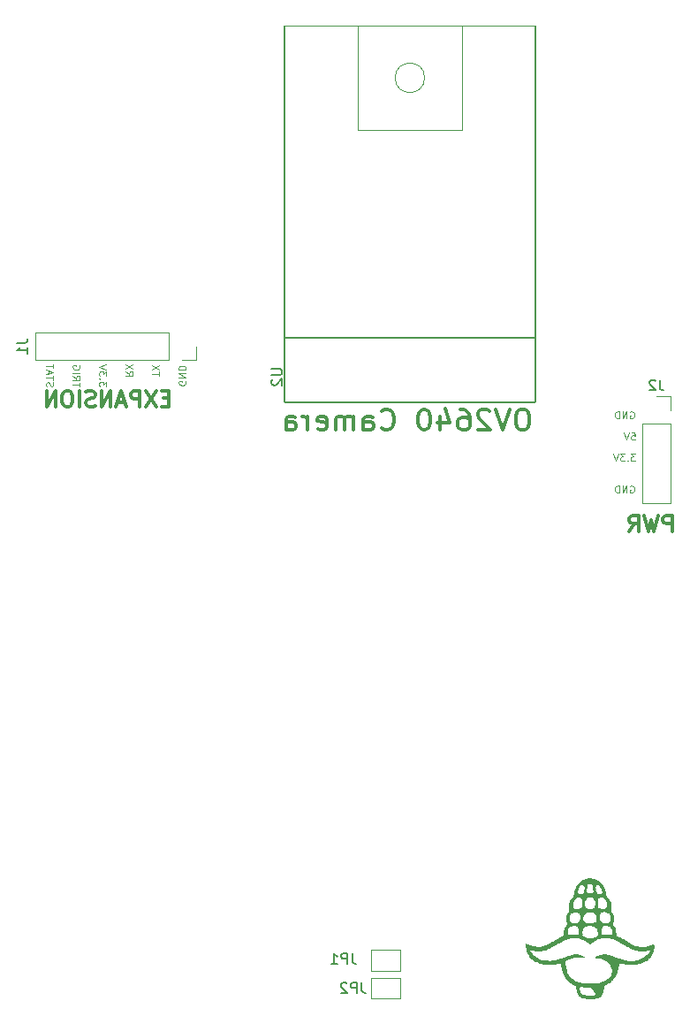
<source format=gbr>
%TF.GenerationSoftware,KiCad,Pcbnew,6.0.9-8da3e8f707~116~ubuntu20.04.1*%
%TF.CreationDate,2022-11-13T22:03:25-07:00*%
%TF.ProjectId,seedsigner-esp32-dev-board,73656564-7369-4676-9e65-722d65737033,rev?*%
%TF.SameCoordinates,Original*%
%TF.FileFunction,Legend,Bot*%
%TF.FilePolarity,Positive*%
%FSLAX46Y46*%
G04 Gerber Fmt 4.6, Leading zero omitted, Abs format (unit mm)*
G04 Created by KiCad (PCBNEW 6.0.9-8da3e8f707~116~ubuntu20.04.1) date 2022-11-13 22:03:25*
%MOMM*%
%LPD*%
G01*
G04 APERTURE LIST*
%ADD10C,0.125000*%
%ADD11C,0.300000*%
%ADD12C,0.150000*%
%ADD13C,0.120000*%
%ADD14C,0.200000*%
G04 APERTURE END LIST*
D10*
X16447333Y73289333D02*
X16780666Y73056000D01*
X16447333Y72889333D02*
X17147333Y72889333D01*
X17147333Y73156000D01*
X17114000Y73222666D01*
X17080666Y73256000D01*
X17014000Y73289333D01*
X16914000Y73289333D01*
X16847333Y73256000D01*
X16814000Y73222666D01*
X16780666Y73156000D01*
X16780666Y72889333D01*
X17147333Y73522666D02*
X16447333Y73989333D01*
X17147333Y73989333D02*
X16447333Y73522666D01*
X65295333Y65407333D02*
X64862000Y65407333D01*
X65095333Y65140666D01*
X64995333Y65140666D01*
X64928666Y65107333D01*
X64895333Y65074000D01*
X64862000Y65007333D01*
X64862000Y64840666D01*
X64895333Y64774000D01*
X64928666Y64740666D01*
X64995333Y64707333D01*
X65195333Y64707333D01*
X65262000Y64740666D01*
X65295333Y64774000D01*
X64562000Y64774000D02*
X64528666Y64740666D01*
X64562000Y64707333D01*
X64595333Y64740666D01*
X64562000Y64774000D01*
X64562000Y64707333D01*
X64295333Y65407333D02*
X63862000Y65407333D01*
X64095333Y65140666D01*
X63995333Y65140666D01*
X63928666Y65107333D01*
X63895333Y65074000D01*
X63862000Y65007333D01*
X63862000Y64840666D01*
X63895333Y64774000D01*
X63928666Y64740666D01*
X63995333Y64707333D01*
X64195333Y64707333D01*
X64262000Y64740666D01*
X64295333Y64774000D01*
X63662000Y65407333D02*
X63428666Y64707333D01*
X63195333Y65407333D01*
D11*
X68802000Y57995428D02*
X68802000Y59495428D01*
X68230571Y59495428D01*
X68087714Y59424000D01*
X68016285Y59352571D01*
X67944857Y59209714D01*
X67944857Y58995428D01*
X68016285Y58852571D01*
X68087714Y58781142D01*
X68230571Y58709714D01*
X68802000Y58709714D01*
X67444857Y59495428D02*
X67087714Y57995428D01*
X66802000Y59066857D01*
X66516285Y57995428D01*
X66159142Y59495428D01*
X64730571Y57995428D02*
X65230571Y58709714D01*
X65587714Y57995428D02*
X65587714Y59495428D01*
X65016285Y59495428D01*
X64873428Y59424000D01*
X64802000Y59352571D01*
X64730571Y59209714D01*
X64730571Y58995428D01*
X64802000Y58852571D01*
X64873428Y58781142D01*
X65016285Y58709714D01*
X65587714Y58709714D01*
D10*
X64795333Y69438000D02*
X64862000Y69471333D01*
X64962000Y69471333D01*
X65062000Y69438000D01*
X65128666Y69371333D01*
X65162000Y69304666D01*
X65195333Y69171333D01*
X65195333Y69071333D01*
X65162000Y68938000D01*
X65128666Y68871333D01*
X65062000Y68804666D01*
X64962000Y68771333D01*
X64895333Y68771333D01*
X64795333Y68804666D01*
X64762000Y68838000D01*
X64762000Y69071333D01*
X64895333Y69071333D01*
X64462000Y68771333D02*
X64462000Y69471333D01*
X64062000Y68771333D01*
X64062000Y69471333D01*
X63728666Y68771333D02*
X63728666Y69471333D01*
X63562000Y69471333D01*
X63462000Y69438000D01*
X63395333Y69371333D01*
X63362000Y69304666D01*
X63328666Y69171333D01*
X63328666Y69071333D01*
X63362000Y68938000D01*
X63395333Y68871333D01*
X63462000Y68804666D01*
X63562000Y68771333D01*
X63728666Y68771333D01*
D11*
X54672095Y69675238D02*
X54291142Y69675238D01*
X54100666Y69580000D01*
X53910190Y69389523D01*
X53814952Y69008571D01*
X53814952Y68341904D01*
X53910190Y67960952D01*
X54100666Y67770476D01*
X54291142Y67675238D01*
X54672095Y67675238D01*
X54862571Y67770476D01*
X55053047Y67960952D01*
X55148285Y68341904D01*
X55148285Y69008571D01*
X55053047Y69389523D01*
X54862571Y69580000D01*
X54672095Y69675238D01*
X53243523Y69675238D02*
X52576857Y67675238D01*
X51910190Y69675238D01*
X51338761Y69484761D02*
X51243523Y69580000D01*
X51053047Y69675238D01*
X50576857Y69675238D01*
X50386380Y69580000D01*
X50291142Y69484761D01*
X50195904Y69294285D01*
X50195904Y69103809D01*
X50291142Y68818095D01*
X51434000Y67675238D01*
X50195904Y67675238D01*
X48481619Y69675238D02*
X48862571Y69675238D01*
X49053047Y69580000D01*
X49148285Y69484761D01*
X49338761Y69199047D01*
X49434000Y68818095D01*
X49434000Y68056190D01*
X49338761Y67865714D01*
X49243523Y67770476D01*
X49053047Y67675238D01*
X48672095Y67675238D01*
X48481619Y67770476D01*
X48386380Y67865714D01*
X48291142Y68056190D01*
X48291142Y68532380D01*
X48386380Y68722857D01*
X48481619Y68818095D01*
X48672095Y68913333D01*
X49053047Y68913333D01*
X49243523Y68818095D01*
X49338761Y68722857D01*
X49434000Y68532380D01*
X46576857Y69008571D02*
X46576857Y67675238D01*
X47053047Y69770476D02*
X47529238Y68341904D01*
X46291142Y68341904D01*
X45148285Y69675238D02*
X44957809Y69675238D01*
X44767333Y69580000D01*
X44672095Y69484761D01*
X44576857Y69294285D01*
X44481619Y68913333D01*
X44481619Y68437142D01*
X44576857Y68056190D01*
X44672095Y67865714D01*
X44767333Y67770476D01*
X44957809Y67675238D01*
X45148285Y67675238D01*
X45338761Y67770476D01*
X45434000Y67865714D01*
X45529238Y68056190D01*
X45624476Y68437142D01*
X45624476Y68913333D01*
X45529238Y69294285D01*
X45434000Y69484761D01*
X45338761Y69580000D01*
X45148285Y69675238D01*
X40957809Y67865714D02*
X41053047Y67770476D01*
X41338761Y67675238D01*
X41529238Y67675238D01*
X41814952Y67770476D01*
X42005428Y67960952D01*
X42100666Y68151428D01*
X42195904Y68532380D01*
X42195904Y68818095D01*
X42100666Y69199047D01*
X42005428Y69389523D01*
X41814952Y69580000D01*
X41529238Y69675238D01*
X41338761Y69675238D01*
X41053047Y69580000D01*
X40957809Y69484761D01*
X39243523Y67675238D02*
X39243523Y68722857D01*
X39338761Y68913333D01*
X39529238Y69008571D01*
X39910190Y69008571D01*
X40100666Y68913333D01*
X39243523Y67770476D02*
X39434000Y67675238D01*
X39910190Y67675238D01*
X40100666Y67770476D01*
X40195904Y67960952D01*
X40195904Y68151428D01*
X40100666Y68341904D01*
X39910190Y68437142D01*
X39434000Y68437142D01*
X39243523Y68532380D01*
X38291142Y67675238D02*
X38291142Y69008571D01*
X38291142Y68818095D02*
X38195904Y68913333D01*
X38005428Y69008571D01*
X37719714Y69008571D01*
X37529238Y68913333D01*
X37434000Y68722857D01*
X37434000Y67675238D01*
X37434000Y68722857D02*
X37338761Y68913333D01*
X37148285Y69008571D01*
X36862571Y69008571D01*
X36672095Y68913333D01*
X36576857Y68722857D01*
X36576857Y67675238D01*
X34862571Y67770476D02*
X35053047Y67675238D01*
X35434000Y67675238D01*
X35624476Y67770476D01*
X35719714Y67960952D01*
X35719714Y68722857D01*
X35624476Y68913333D01*
X35434000Y69008571D01*
X35053047Y69008571D01*
X34862571Y68913333D01*
X34767333Y68722857D01*
X34767333Y68532380D01*
X35719714Y68341904D01*
X33910190Y67675238D02*
X33910190Y69008571D01*
X33910190Y68627619D02*
X33814952Y68818095D01*
X33719714Y68913333D01*
X33529238Y69008571D01*
X33338761Y69008571D01*
X31814952Y67675238D02*
X31814952Y68722857D01*
X31910190Y68913333D01*
X32100666Y69008571D01*
X32481619Y69008571D01*
X32672095Y68913333D01*
X31814952Y67770476D02*
X32005428Y67675238D01*
X32481619Y67675238D01*
X32672095Y67770476D01*
X32767333Y67960952D01*
X32767333Y68151428D01*
X32672095Y68341904D01*
X32481619Y68437142D01*
X32005428Y68437142D01*
X31814952Y68532380D01*
X20589142Y70719142D02*
X20089142Y70719142D01*
X19874857Y69933428D02*
X20589142Y69933428D01*
X20589142Y71433428D01*
X19874857Y71433428D01*
X19374857Y71433428D02*
X18374857Y69933428D01*
X18374857Y71433428D02*
X19374857Y69933428D01*
X17803428Y69933428D02*
X17803428Y71433428D01*
X17232000Y71433428D01*
X17089142Y71362000D01*
X17017714Y71290571D01*
X16946285Y71147714D01*
X16946285Y70933428D01*
X17017714Y70790571D01*
X17089142Y70719142D01*
X17232000Y70647714D01*
X17803428Y70647714D01*
X16374857Y70362000D02*
X15660571Y70362000D01*
X16517714Y69933428D02*
X16017714Y71433428D01*
X15517714Y69933428D01*
X15017714Y69933428D02*
X15017714Y71433428D01*
X14160571Y69933428D01*
X14160571Y71433428D01*
X13517714Y70004857D02*
X13303428Y69933428D01*
X12946285Y69933428D01*
X12803428Y70004857D01*
X12732000Y70076285D01*
X12660571Y70219142D01*
X12660571Y70362000D01*
X12732000Y70504857D01*
X12803428Y70576285D01*
X12946285Y70647714D01*
X13232000Y70719142D01*
X13374857Y70790571D01*
X13446285Y70862000D01*
X13517714Y71004857D01*
X13517714Y71147714D01*
X13446285Y71290571D01*
X13374857Y71362000D01*
X13232000Y71433428D01*
X12874857Y71433428D01*
X12660571Y71362000D01*
X12017714Y69933428D02*
X12017714Y71433428D01*
X11017714Y71433428D02*
X10732000Y71433428D01*
X10589142Y71362000D01*
X10446285Y71219142D01*
X10374857Y70933428D01*
X10374857Y70433428D01*
X10446285Y70147714D01*
X10589142Y70004857D01*
X10732000Y69933428D01*
X11017714Y69933428D01*
X11160571Y70004857D01*
X11303428Y70147714D01*
X11374857Y70433428D01*
X11374857Y70933428D01*
X11303428Y71219142D01*
X11160571Y71362000D01*
X11017714Y71433428D01*
X9732000Y69933428D02*
X9732000Y71433428D01*
X8874857Y69933428D01*
X8874857Y71433428D01*
D10*
X22194000Y72364666D02*
X22227333Y72298000D01*
X22227333Y72198000D01*
X22194000Y72098000D01*
X22127333Y72031333D01*
X22060666Y71998000D01*
X21927333Y71964666D01*
X21827333Y71964666D01*
X21694000Y71998000D01*
X21627333Y72031333D01*
X21560666Y72098000D01*
X21527333Y72198000D01*
X21527333Y72264666D01*
X21560666Y72364666D01*
X21594000Y72398000D01*
X21827333Y72398000D01*
X21827333Y72264666D01*
X21527333Y72698000D02*
X22227333Y72698000D01*
X21527333Y73098000D01*
X22227333Y73098000D01*
X21527333Y73431333D02*
X22227333Y73431333D01*
X22227333Y73598000D01*
X22194000Y73698000D01*
X22127333Y73764666D01*
X22060666Y73798000D01*
X21927333Y73831333D01*
X21827333Y73831333D01*
X21694000Y73798000D01*
X21627333Y73764666D01*
X21560666Y73698000D01*
X21527333Y73598000D01*
X21527333Y73431333D01*
X64795333Y62326000D02*
X64862000Y62359333D01*
X64962000Y62359333D01*
X65062000Y62326000D01*
X65128666Y62259333D01*
X65162000Y62192666D01*
X65195333Y62059333D01*
X65195333Y61959333D01*
X65162000Y61826000D01*
X65128666Y61759333D01*
X65062000Y61692666D01*
X64962000Y61659333D01*
X64895333Y61659333D01*
X64795333Y61692666D01*
X64762000Y61726000D01*
X64762000Y61959333D01*
X64895333Y61959333D01*
X64462000Y61659333D02*
X64462000Y62359333D01*
X64062000Y61659333D01*
X64062000Y62359333D01*
X63728666Y61659333D02*
X63728666Y62359333D01*
X63562000Y62359333D01*
X63462000Y62326000D01*
X63395333Y62259333D01*
X63362000Y62192666D01*
X63328666Y62059333D01*
X63328666Y61959333D01*
X63362000Y61826000D01*
X63395333Y61759333D01*
X63462000Y61692666D01*
X63562000Y61659333D01*
X63728666Y61659333D01*
X8860666Y71864666D02*
X8827333Y71964666D01*
X8827333Y72131333D01*
X8860666Y72198000D01*
X8894000Y72231333D01*
X8960666Y72264666D01*
X9027333Y72264666D01*
X9094000Y72231333D01*
X9127333Y72198000D01*
X9160666Y72131333D01*
X9194000Y71998000D01*
X9227333Y71931333D01*
X9260666Y71898000D01*
X9327333Y71864666D01*
X9394000Y71864666D01*
X9460666Y71898000D01*
X9494000Y71931333D01*
X9527333Y71998000D01*
X9527333Y72164666D01*
X9494000Y72264666D01*
X9527333Y72464666D02*
X9527333Y72864666D01*
X8827333Y72664666D02*
X9527333Y72664666D01*
X9027333Y73064666D02*
X9027333Y73398000D01*
X8827333Y72998000D02*
X9527333Y73231333D01*
X8827333Y73464666D01*
X9527333Y73598000D02*
X9527333Y73998000D01*
X8827333Y73798000D02*
X9527333Y73798000D01*
X64903333Y67439333D02*
X65236666Y67439333D01*
X65270000Y67106000D01*
X65236666Y67139333D01*
X65170000Y67172666D01*
X65003333Y67172666D01*
X64936666Y67139333D01*
X64903333Y67106000D01*
X64870000Y67039333D01*
X64870000Y66872666D01*
X64903333Y66806000D01*
X64936666Y66772666D01*
X65003333Y66739333D01*
X65170000Y66739333D01*
X65236666Y66772666D01*
X65270000Y66806000D01*
X64670000Y67439333D02*
X64436666Y66739333D01*
X64203333Y67439333D01*
X14607333Y71864666D02*
X14607333Y72298000D01*
X14340666Y72064666D01*
X14340666Y72164666D01*
X14307333Y72231333D01*
X14274000Y72264666D01*
X14207333Y72298000D01*
X14040666Y72298000D01*
X13974000Y72264666D01*
X13940666Y72231333D01*
X13907333Y72164666D01*
X13907333Y71964666D01*
X13940666Y71898000D01*
X13974000Y71864666D01*
X13974000Y72598000D02*
X13940666Y72631333D01*
X13907333Y72598000D01*
X13940666Y72564666D01*
X13974000Y72598000D01*
X13907333Y72598000D01*
X14607333Y72864666D02*
X14607333Y73298000D01*
X14340666Y73064666D01*
X14340666Y73164666D01*
X14307333Y73231333D01*
X14274000Y73264666D01*
X14207333Y73298000D01*
X14040666Y73298000D01*
X13974000Y73264666D01*
X13940666Y73231333D01*
X13907333Y73164666D01*
X13907333Y72964666D01*
X13940666Y72898000D01*
X13974000Y72864666D01*
X14607333Y73498000D02*
X13907333Y73731333D01*
X14607333Y73964666D01*
X12067333Y71831333D02*
X12067333Y72231333D01*
X11367333Y72031333D02*
X12067333Y72031333D01*
X11367333Y72864666D02*
X11700666Y72631333D01*
X11367333Y72464666D02*
X12067333Y72464666D01*
X12067333Y72731333D01*
X12034000Y72798000D01*
X12000666Y72831333D01*
X11934000Y72864666D01*
X11834000Y72864666D01*
X11767333Y72831333D01*
X11734000Y72798000D01*
X11700666Y72731333D01*
X11700666Y72464666D01*
X11367333Y73164666D02*
X12067333Y73164666D01*
X12034000Y73864666D02*
X12067333Y73798000D01*
X12067333Y73698000D01*
X12034000Y73598000D01*
X11967333Y73531333D01*
X11900666Y73498000D01*
X11767333Y73464666D01*
X11667333Y73464666D01*
X11534000Y73498000D01*
X11467333Y73531333D01*
X11400666Y73598000D01*
X11367333Y73698000D01*
X11367333Y73764666D01*
X11400666Y73864666D01*
X11434000Y73898000D01*
X11667333Y73898000D01*
X11667333Y73764666D01*
X19687333Y72872666D02*
X19687333Y73272666D01*
X18987333Y73072666D02*
X19687333Y73072666D01*
X19687333Y73439333D02*
X18987333Y73906000D01*
X19687333Y73906000D02*
X18987333Y73439333D01*
D12*
%TO.C,JP1*%
X38156333Y17565619D02*
X38156333Y16851333D01*
X38203952Y16708476D01*
X38299190Y16613238D01*
X38442047Y16565619D01*
X38537285Y16565619D01*
X37680142Y16565619D02*
X37680142Y17565619D01*
X37299190Y17565619D01*
X37203952Y17518000D01*
X37156333Y17470380D01*
X37108714Y17375142D01*
X37108714Y17232285D01*
X37156333Y17137047D01*
X37203952Y17089428D01*
X37299190Y17041809D01*
X37680142Y17041809D01*
X36156333Y16565619D02*
X36727761Y16565619D01*
X36442047Y16565619D02*
X36442047Y17565619D01*
X36537285Y17422761D01*
X36632523Y17327523D01*
X36727761Y17279904D01*
%TO.C,JP2*%
X39060333Y14771619D02*
X39060333Y14057333D01*
X39107952Y13914476D01*
X39203190Y13819238D01*
X39346047Y13771619D01*
X39441285Y13771619D01*
X38584142Y13771619D02*
X38584142Y14771619D01*
X38203190Y14771619D01*
X38107952Y14724000D01*
X38060333Y14676380D01*
X38012714Y14581142D01*
X38012714Y14438285D01*
X38060333Y14343047D01*
X38107952Y14295428D01*
X38203190Y14247809D01*
X38584142Y14247809D01*
X37631761Y14676380D02*
X37584142Y14724000D01*
X37488904Y14771619D01*
X37250809Y14771619D01*
X37155571Y14724000D01*
X37107952Y14676380D01*
X37060333Y14581142D01*
X37060333Y14485904D01*
X37107952Y14343047D01*
X37679380Y13771619D01*
X37060333Y13771619D01*
%TO.C,J2*%
X67643333Y72473619D02*
X67643333Y71759333D01*
X67690952Y71616476D01*
X67786190Y71521238D01*
X67929047Y71473619D01*
X68024285Y71473619D01*
X67214761Y72378380D02*
X67167142Y72426000D01*
X67071904Y72473619D01*
X66833809Y72473619D01*
X66738571Y72426000D01*
X66690952Y72378380D01*
X66643333Y72283142D01*
X66643333Y72187904D01*
X66690952Y72045047D01*
X67262380Y71473619D01*
X66643333Y71473619D01*
%TO.C,J1*%
X6056380Y76025333D02*
X6770666Y76025333D01*
X6913523Y76072952D01*
X7008761Y76168190D01*
X7056380Y76311047D01*
X7056380Y76406285D01*
X7056380Y75025333D02*
X7056380Y75596761D01*
X7056380Y75311047D02*
X6056380Y75311047D01*
X6199238Y75406285D01*
X6294476Y75501523D01*
X6342095Y75596761D01*
%TO.C,U2*%
X30440380Y73532904D02*
X31249904Y73532904D01*
X31345142Y73485285D01*
X31392761Y73437666D01*
X31440380Y73342428D01*
X31440380Y73151952D01*
X31392761Y73056714D01*
X31345142Y73009095D01*
X31249904Y72961476D01*
X30440380Y72961476D01*
X30535619Y72532904D02*
X30488000Y72485285D01*
X30440380Y72390047D01*
X30440380Y72151952D01*
X30488000Y72056714D01*
X30535619Y72009095D01*
X30630857Y71961476D01*
X30726095Y71961476D01*
X30868952Y72009095D01*
X31440380Y72580523D01*
X31440380Y71961476D01*
D13*
%TO.C,JP1*%
X42802000Y17891000D02*
X40002000Y17891000D01*
X40002000Y15891000D02*
X42802000Y15891000D01*
X42802000Y15891000D02*
X42802000Y17891000D01*
X40002000Y17891000D02*
X40002000Y15891000D01*
%TO.C,JP2*%
X40002000Y15224000D02*
X40002000Y13224000D01*
X42802000Y15224000D02*
X40002000Y15224000D01*
X42802000Y13224000D02*
X42802000Y15224000D01*
X40002000Y13224000D02*
X42802000Y13224000D01*
%TO.C,LOGO2*%
G36*
X60405174Y21219807D02*
G01*
X60394733Y21204782D01*
X60366126Y21180759D01*
X60361398Y21181089D01*
X60353950Y21200667D01*
X60390259Y21234721D01*
X60409160Y21242951D01*
X60405174Y21219807D01*
G37*
G36*
X60655606Y23497537D02*
G01*
X60638695Y23480626D01*
X60621784Y23497537D01*
X60638695Y23514448D01*
X60655606Y23497537D01*
G37*
G36*
X66405273Y17443476D02*
G01*
X66388362Y17426565D01*
X66371451Y17443476D01*
X66388362Y17460387D01*
X66405273Y17443476D01*
G37*
G36*
X59640959Y23937217D02*
G01*
X59624048Y23920307D01*
X59607137Y23937217D01*
X59624048Y23954128D01*
X59640959Y23937217D01*
G37*
G36*
X61532296Y23703285D02*
G01*
X61529905Y23668981D01*
X61514533Y23658894D01*
X61507831Y23670860D01*
X61511863Y23723719D01*
X61524036Y23739374D01*
X61532296Y23703285D01*
G37*
G36*
X59000909Y20022371D02*
G01*
X58988157Y20008054D01*
X58935090Y19952050D01*
X58907899Y19929361D01*
X58897273Y19935188D01*
X58919217Y19967284D01*
X58989893Y20033386D01*
X59082903Y20115380D01*
X59000909Y20022371D01*
G37*
G36*
X60587963Y22009388D02*
G01*
X60571052Y21992477D01*
X60554141Y22009388D01*
X60571052Y22026299D01*
X60587963Y22009388D01*
G37*
G36*
X62231538Y20137516D02*
G01*
X62227045Y20130632D01*
X62193627Y20099483D01*
X62177576Y20113384D01*
X62180600Y20120991D01*
X62216624Y20152431D01*
X62235525Y20160660D01*
X62231538Y20137516D01*
G37*
G36*
X55548548Y17443476D02*
G01*
X55531638Y17426565D01*
X55514727Y17443476D01*
X55531638Y17460387D01*
X55548548Y17443476D01*
G37*
G36*
X61298216Y21941745D02*
G01*
X61281305Y21924834D01*
X61264394Y21941745D01*
X61281305Y21958656D01*
X61298216Y21941745D01*
G37*
G36*
X60249747Y19405127D02*
G01*
X60232836Y19388216D01*
X60215925Y19405127D01*
X60232836Y19422038D01*
X60249747Y19405127D01*
G37*
G36*
X67115526Y18491944D02*
G01*
X67098615Y18475034D01*
X67081704Y18491944D01*
X67098615Y18508855D01*
X67115526Y18491944D01*
G37*
G36*
X62515792Y22550533D02*
G01*
X62498881Y22533622D01*
X62481971Y22550533D01*
X62498881Y22567444D01*
X62515792Y22550533D01*
G37*
G36*
X62346684Y22787284D02*
G01*
X62329773Y22770373D01*
X62312863Y22787284D01*
X62329773Y22804195D01*
X62346684Y22787284D01*
G37*
G36*
X62505456Y23265386D02*
G01*
X62515292Y23147278D01*
X62531251Y23054459D01*
X62599698Y22967770D01*
X62601509Y22966334D01*
X62657203Y22908552D01*
X62657475Y22907862D01*
X62675796Y22861438D01*
X62675904Y22846114D01*
X62707022Y22828480D01*
X62734398Y22824648D01*
X62787262Y22786203D01*
X62807198Y22757470D01*
X62807417Y22736552D01*
X62811401Y22717926D01*
X62852144Y22670772D01*
X62864969Y22656579D01*
X62867585Y22651998D01*
X62926125Y22549466D01*
X62976397Y22398656D01*
X63010363Y22224045D01*
X63014401Y22165129D01*
X63022598Y22045526D01*
X63019281Y21951839D01*
X63010115Y21888709D01*
X62997232Y21879210D01*
X62987340Y21881301D01*
X62974416Y21837829D01*
X62967211Y21750633D01*
X62969492Y21647592D01*
X62982079Y21603529D01*
X62992382Y21567464D01*
X63045500Y21499665D01*
X63078862Y21453534D01*
X63167695Y21330703D01*
X63238583Y21118765D01*
X63248208Y20983624D01*
X63256553Y20866464D01*
X63248478Y20699440D01*
X63235190Y20579794D01*
X63217061Y20525510D01*
X63193879Y20535471D01*
X63188837Y20540492D01*
X63176944Y20516700D01*
X63173214Y20445321D01*
X63173679Y20429964D01*
X63185017Y20334853D01*
X63205914Y20270807D01*
X63219463Y20240271D01*
X63188994Y20247949D01*
X63181832Y20251253D01*
X63182032Y20250666D01*
X63185276Y20241166D01*
X63213936Y20216845D01*
X63232611Y20200998D01*
X63238358Y20196353D01*
X63329126Y20083986D01*
X63400087Y19921386D01*
X63446294Y19723512D01*
X63460282Y19538564D01*
X63462796Y19505323D01*
X63463925Y19409664D01*
X63470997Y19314423D01*
X63486711Y19266262D01*
X63513528Y19252930D01*
X63536899Y19248877D01*
X63564261Y19217112D01*
X63566599Y19205284D01*
X63596922Y19201481D01*
X63615493Y19203900D01*
X63683467Y19186362D01*
X63774486Y19145817D01*
X63822846Y19120774D01*
X63898896Y19082734D01*
X63936298Y19066026D01*
X63976105Y19053117D01*
X64048679Y19015112D01*
X64102643Y18971660D01*
X64116030Y18938364D01*
X64110416Y18925368D01*
X64130950Y18926509D01*
X64145940Y18933334D01*
X64202203Y18933543D01*
X64246976Y18908941D01*
X64252183Y18872123D01*
X64246007Y18857836D01*
X64267004Y18859341D01*
X64289247Y18860412D01*
X64355031Y18836701D01*
X64367605Y18830160D01*
X64443324Y18790772D01*
X64537502Y18733077D01*
X64620943Y18674068D01*
X64677024Y18624198D01*
X64689122Y18593918D01*
X64681502Y18583535D01*
X64699393Y18586061D01*
X64720010Y18589768D01*
X64778151Y18572561D01*
X64841344Y18535586D01*
X64851984Y18525766D01*
X64886875Y18493563D01*
X64892030Y18461214D01*
X64884902Y18452405D01*
X64900213Y18446435D01*
X64924320Y18447488D01*
X64989957Y18431461D01*
X65063966Y18401639D01*
X65121827Y18368638D01*
X65139017Y18343070D01*
X65140265Y18330481D01*
X65181724Y18316517D01*
X65220027Y18310213D01*
X65312087Y18288016D01*
X65424447Y18256137D01*
X65424630Y18256081D01*
X65527817Y18233295D01*
X65665993Y18214101D01*
X65822162Y18199480D01*
X65979330Y18190413D01*
X66120505Y18187882D01*
X66228692Y18192867D01*
X66286897Y18206350D01*
X66307855Y18216130D01*
X66383719Y18241294D01*
X66486290Y18268948D01*
X66557303Y18288293D01*
X66702805Y18334956D01*
X66841644Y18386492D01*
X66929767Y18419086D01*
X67021526Y18445086D01*
X67073476Y18449592D01*
X67084683Y18441443D01*
X67107303Y18377417D01*
X67115154Y18260830D01*
X67114504Y18207951D01*
X67105902Y18056730D01*
X67088956Y17940227D01*
X67065743Y17869407D01*
X67038341Y17855232D01*
X67022812Y17861160D01*
X67025564Y17850166D01*
X67029348Y17835051D01*
X67031438Y17830764D01*
X67031889Y17772808D01*
X67011298Y17686473D01*
X66978119Y17595460D01*
X66940803Y17523471D01*
X66907803Y17494208D01*
X66896817Y17491664D01*
X66895593Y17460536D01*
X66897824Y17452325D01*
X66877231Y17401996D01*
X66821491Y17336628D01*
X66798604Y17314081D01*
X66766251Y17275217D01*
X66777310Y17271684D01*
X66787776Y17274838D01*
X66776450Y17253225D01*
X66725259Y17201117D01*
X66696567Y17173440D01*
X66663856Y17135965D01*
X66674526Y17134345D01*
X66680313Y17130439D01*
X66644622Y17090743D01*
X66589085Y17037617D01*
X66574381Y17023551D01*
X66480883Y16943044D01*
X66355514Y16849678D01*
X66331182Y16834687D01*
X66240782Y16778992D01*
X66149675Y16738757D01*
X66095179Y16736745D01*
X66078497Y16744336D01*
X66078100Y16725807D01*
X66070632Y16706185D01*
X66011689Y16671103D01*
X65907965Y16629614D01*
X65809930Y16597936D01*
X65771824Y16585623D01*
X65615629Y16543035D01*
X65451743Y16505754D01*
X65292530Y16477686D01*
X65219823Y16468384D01*
X64858001Y16453368D01*
X64471035Y16483834D01*
X64078233Y16558496D01*
X63995588Y16578183D01*
X63902215Y16597936D01*
X65661198Y16597936D01*
X65678109Y16581026D01*
X65695020Y16597936D01*
X65678109Y16614847D01*
X65661198Y16597936D01*
X63902215Y16597936D01*
X63873820Y16603943D01*
X63787909Y16617819D01*
X63752635Y16617149D01*
X63743889Y16576319D01*
X63731412Y16487370D01*
X63717929Y16369641D01*
X63717634Y16366831D01*
X63701131Y16253135D01*
X63680823Y16172186D01*
X63661037Y16141345D01*
X63649729Y16138530D01*
X63649310Y16106723D01*
X63651627Y16099189D01*
X63646397Y16040580D01*
X63624839Y15947675D01*
X63593238Y15840521D01*
X63557883Y15739163D01*
X63525061Y15663648D01*
X63501058Y15634022D01*
X63486949Y15623127D01*
X63472376Y15570107D01*
X63464169Y15533625D01*
X63429685Y15453943D01*
X63379018Y15365125D01*
X63342889Y15312717D01*
X63323564Y15284685D01*
X63274721Y15230136D01*
X63243885Y15218992D01*
X63232879Y15226649D01*
X63237760Y15205660D01*
X63236524Y15167218D01*
X63201985Y15102244D01*
X63147745Y15035685D01*
X63090921Y14987997D01*
X63048629Y14979636D01*
X63034682Y14985874D01*
X63034376Y14966732D01*
X63024745Y14927566D01*
X62975803Y14864174D01*
X62903651Y14792112D01*
X62824760Y14726376D01*
X62755603Y14681960D01*
X62712652Y14673858D01*
X62696396Y14681241D01*
X62695913Y14662739D01*
X62682701Y14635411D01*
X62619895Y14590561D01*
X62519497Y14539205D01*
X62321616Y14450402D01*
X62298777Y14205128D01*
X62295557Y14172589D01*
X62265392Y13993675D01*
X62247260Y13886130D01*
X62185746Y13706339D01*
X62168777Y13656743D01*
X62065622Y13493568D01*
X62060774Y13485900D01*
X61977800Y13418709D01*
X61923915Y13375074D01*
X61920100Y13373095D01*
X61833130Y13338204D01*
X61707411Y13298764D01*
X61568788Y13262937D01*
X61537977Y13256162D01*
X61285293Y13218479D01*
X61012204Y13204437D01*
X60735833Y13212911D01*
X60473300Y13242777D01*
X60241724Y13292909D01*
X60058228Y13362182D01*
X59993802Y13399911D01*
X59967734Y13418709D01*
X61907004Y13418709D01*
X61923915Y13401798D01*
X61940825Y13418709D01*
X61923915Y13435620D01*
X61907004Y13418709D01*
X59967734Y13418709D01*
X59920833Y13452530D01*
X59945353Y13452530D01*
X59962263Y13435620D01*
X59977178Y13450534D01*
X61974647Y13450534D01*
X61974976Y13445806D01*
X61994554Y13438358D01*
X62028609Y13474667D01*
X62036838Y13493568D01*
X62013694Y13489582D01*
X61998670Y13479141D01*
X61976323Y13452530D01*
X61974647Y13450534D01*
X59977178Y13450534D01*
X59979174Y13452530D01*
X59962263Y13469441D01*
X59945353Y13452530D01*
X59920833Y13452530D01*
X59915741Y13456202D01*
X59852215Y13511696D01*
X59817070Y13554046D01*
X59824151Y13570906D01*
X59828069Y13582371D01*
X59797009Y13622617D01*
X59770777Y13663435D01*
X59766519Y13729630D01*
X59773322Y13764992D01*
X59742423Y13756924D01*
X59713304Y13746854D01*
X59717865Y13783013D01*
X59724086Y13812778D01*
X59707460Y13847749D01*
X59696122Y13864413D01*
X59675621Y13933585D01*
X59654172Y14038468D01*
X59634732Y14159801D01*
X59624021Y14247520D01*
X59986081Y14247520D01*
X59987936Y14128557D01*
X59994686Y14020704D01*
X60006578Y13939980D01*
X60020803Y13909122D01*
X60032663Y13903530D01*
X60046817Y13858601D01*
X60049528Y13846569D01*
X60088218Y13793931D01*
X60157634Y13730589D01*
X60238294Y13671333D01*
X60310722Y13630956D01*
X60355437Y13624250D01*
X60364803Y13628306D01*
X60385033Y13608986D01*
X60385260Y13606814D01*
X60419164Y13585545D01*
X60493174Y13578505D01*
X60498018Y13578603D01*
X60575162Y13568633D01*
X60614368Y13542421D01*
X60630368Y13529688D01*
X60700932Y13514655D01*
X60811564Y13507425D01*
X60945281Y13507768D01*
X61085102Y13515454D01*
X61214044Y13530251D01*
X61315126Y13551929D01*
X61399959Y13584379D01*
X61444439Y13627881D01*
X61461011Y13700580D01*
X61461531Y13706339D01*
X61457615Y13778369D01*
X61435645Y13807657D01*
X61415457Y13818794D01*
X61399680Y13871820D01*
X61390978Y13897965D01*
X61344766Y13963389D01*
X61317443Y13993675D01*
X62211398Y13993675D01*
X62228309Y13976765D01*
X62245220Y13993675D01*
X62228309Y14010586D01*
X62211398Y13993675D01*
X61317443Y13993675D01*
X61271257Y14044871D01*
X61184689Y14128905D01*
X61099302Y14201989D01*
X61029335Y14250617D01*
X60989027Y14261285D01*
X60979397Y14257368D01*
X60960000Y14279100D01*
X60957445Y14284657D01*
X60906693Y14300694D01*
X60794297Y14310004D01*
X60624739Y14312146D01*
X60563646Y14312197D01*
X60406706Y14317867D01*
X60285425Y14330581D01*
X60215730Y14348907D01*
X60155624Y14368461D01*
X60061533Y14368184D01*
X60055573Y14366654D01*
X60014758Y14349827D01*
X59993308Y14315696D01*
X59986081Y14247520D01*
X59624021Y14247520D01*
X59620259Y14278327D01*
X59613712Y14374785D01*
X59618048Y14429917D01*
X59613314Y14455453D01*
X59564187Y14475477D01*
X59521413Y14484976D01*
X59471112Y14519104D01*
X59460437Y14532874D01*
X59417337Y14555025D01*
X59416574Y14554964D01*
X59350131Y14563488D01*
X59298213Y14590107D01*
X59287098Y14621422D01*
X59289523Y14634972D01*
X59256054Y14633157D01*
X59221379Y14637892D01*
X59146416Y14683552D01*
X59080832Y14737750D01*
X59099813Y14737750D01*
X59116724Y14720839D01*
X59133635Y14737750D01*
X59116724Y14754661D01*
X59099813Y14737750D01*
X59080832Y14737750D01*
X59048473Y14764491D01*
X58937713Y14869909D01*
X58824301Y14989006D01*
X58718400Y15110983D01*
X58630172Y15225039D01*
X58569783Y15320376D01*
X58547394Y15386191D01*
X58544888Y15404083D01*
X58517308Y15431092D01*
X58510905Y15432952D01*
X58476054Y15473928D01*
X58434961Y15551222D01*
X58397492Y15641704D01*
X58373513Y15722240D01*
X58372891Y15769698D01*
X58378381Y15782143D01*
X58363088Y15803130D01*
X58344211Y15816151D01*
X58310319Y15885567D01*
X58273952Y16006132D01*
X58237908Y16167965D01*
X58204987Y16361185D01*
X58196961Y16414311D01*
X58176745Y16528376D01*
X58157199Y16591882D01*
X58133218Y16617229D01*
X58099691Y16616816D01*
X58040043Y16607159D01*
X57944654Y16599906D01*
X57886831Y16592667D01*
X57868224Y16576337D01*
X57855536Y16557163D01*
X57787838Y16534538D01*
X57674610Y16512795D01*
X57527677Y16493453D01*
X57358862Y16478033D01*
X57179987Y16468056D01*
X57002876Y16465043D01*
X56850203Y16467572D01*
X56644419Y16479490D01*
X56466620Y16503372D01*
X56292623Y16541834D01*
X56172006Y16577353D01*
X56016078Y16632971D01*
X55861373Y16696741D01*
X55720466Y16762707D01*
X55605931Y16824915D01*
X55530341Y16877410D01*
X55506271Y16914237D01*
X55507596Y16927969D01*
X55489361Y16945878D01*
X55457651Y16948797D01*
X55386506Y16989071D01*
X55301939Y17060493D01*
X55217365Y17148594D01*
X55213270Y17153790D01*
X55252447Y17153790D01*
X55261065Y17122171D01*
X55268014Y17112159D01*
X55298879Y17088349D01*
X55303505Y17090551D01*
X55299496Y17105260D01*
X55920586Y17105260D01*
X55935294Y17090551D01*
X55937496Y17088349D01*
X55954407Y17105260D01*
X55937496Y17122171D01*
X55920586Y17105260D01*
X55299496Y17105260D01*
X55294887Y17122171D01*
X55287938Y17132183D01*
X55257073Y17155992D01*
X55252447Y17153790D01*
X55213270Y17153790D01*
X55146197Y17238905D01*
X55101851Y17316957D01*
X55097741Y17368280D01*
X55103760Y17383083D01*
X55080272Y17379062D01*
X55068679Y17372882D01*
X55044802Y17381244D01*
X55042433Y17444684D01*
X55031907Y17466999D01*
X54989755Y17516688D01*
X54960998Y17559037D01*
X54954338Y17618701D01*
X54959441Y17640842D01*
X54942148Y17647881D01*
X54931506Y17649309D01*
X54905762Y17694892D01*
X54877664Y17785656D01*
X54875823Y17793812D01*
X55195041Y17793812D01*
X55209655Y17781272D01*
X55246195Y17775119D01*
X55286863Y17736723D01*
X55300466Y17693613D01*
X55302523Y17685626D01*
X55337936Y17642334D01*
X55404024Y17581345D01*
X55429922Y17558246D01*
X55486560Y17494866D01*
X55505489Y17451121D01*
X55507936Y17432588D01*
X55548548Y17409654D01*
X55571627Y17402019D01*
X55588007Y17357384D01*
X55585657Y17335733D01*
X55600909Y17332366D01*
X55626448Y17341355D01*
X55679842Y17326473D01*
X55725005Y17292007D01*
X55733000Y17254922D01*
X55727439Y17243028D01*
X55740509Y17226803D01*
X55775197Y17230530D01*
X55829570Y17219142D01*
X55832802Y17184588D01*
X55824649Y17166151D01*
X55846483Y17168911D01*
X55892049Y17165760D01*
X55953174Y17123404D01*
X55972935Y17105260D01*
X56003619Y17077087D01*
X56030506Y17060554D01*
X56039595Y17061015D01*
X56094034Y17045578D01*
X56176197Y17014534D01*
X56263207Y16977416D01*
X56332189Y16943760D01*
X56360266Y16923102D01*
X56360372Y16921158D01*
X56367914Y16910723D01*
X56394324Y16902159D01*
X56449338Y16894386D01*
X56542693Y16886321D01*
X56684125Y16876883D01*
X56883372Y16864991D01*
X56883786Y16864967D01*
X57136489Y16857879D01*
X57363562Y16870600D01*
X57586112Y16906537D01*
X57825248Y16969097D01*
X58102077Y17061685D01*
X58228444Y17106473D01*
X58384528Y17158562D01*
X58434949Y17172903D01*
X60486498Y17172903D01*
X60503409Y17155992D01*
X60520319Y17172903D01*
X60503409Y17189814D01*
X60486498Y17172903D01*
X58434949Y17172903D01*
X58502880Y17192224D01*
X58598776Y17211615D01*
X58687495Y17220888D01*
X58704822Y17225234D01*
X58712370Y17255022D01*
X58710115Y17274349D01*
X58745784Y17301720D01*
X58811588Y17314549D01*
X58883664Y17305766D01*
X58896293Y17301731D01*
X58925921Y17296606D01*
X58896884Y17321392D01*
X58885892Y17329542D01*
X58868625Y17353973D01*
X58913795Y17363732D01*
X58955224Y17366544D01*
X59023715Y17368008D01*
X59039292Y17369340D01*
X59065992Y17393446D01*
X59074199Y17404533D01*
X59132917Y17427193D01*
X59209014Y17443476D01*
X59438029Y17443476D01*
X59454940Y17426565D01*
X59471851Y17443476D01*
X59573315Y17443476D01*
X59590226Y17426565D01*
X59607137Y17443476D01*
X59590226Y17460387D01*
X59573315Y17443476D01*
X59471851Y17443476D01*
X59454940Y17460387D01*
X59438029Y17443476D01*
X59209014Y17443476D01*
X59234115Y17448847D01*
X59361079Y17467285D01*
X59497096Y17480297D01*
X59625454Y17485671D01*
X59729439Y17481197D01*
X59791631Y17471455D01*
X59913211Y17443476D01*
X59914901Y17443087D01*
X60047018Y17404486D01*
X60173086Y17360967D01*
X60278207Y17317844D01*
X60347484Y17280435D01*
X60366019Y17254054D01*
X60363237Y17241554D01*
X60394613Y17242413D01*
X60395355Y17242686D01*
X60452401Y17234540D01*
X60523201Y17191233D01*
X60544840Y17172903D01*
X60604873Y17122049D01*
X60128956Y17143760D01*
X60018061Y17147851D01*
X59712359Y17145648D01*
X59445751Y17119081D01*
X59199186Y17065535D01*
X58953612Y16982393D01*
X58892139Y16960750D01*
X58804032Y16939520D01*
X58753912Y16940902D01*
X58737927Y16947748D01*
X58740844Y16925459D01*
X58735197Y16893293D01*
X58673707Y16864649D01*
X58583049Y16841896D01*
X58604645Y16537651D01*
X58640458Y16264021D01*
X58730191Y15942169D01*
X58752558Y15878762D01*
X58795029Y15753677D01*
X58825091Y15658542D01*
X58837328Y15610143D01*
X58840194Y15595677D01*
X58862494Y15582938D01*
X58880828Y15577227D01*
X58920405Y15531711D01*
X58963136Y15462763D01*
X58995328Y15393375D01*
X59003286Y15346538D01*
X59001166Y15335961D01*
X59017785Y15337790D01*
X59028429Y15344684D01*
X59072536Y15336055D01*
X59109068Y15297318D01*
X59111126Y15252926D01*
X59105075Y15239522D01*
X59123889Y15239050D01*
X59160704Y15237675D01*
X59209938Y15202049D01*
X59245036Y15152514D01*
X59243629Y15112680D01*
X59236706Y15103899D01*
X59252010Y15094063D01*
X59293213Y15099374D01*
X59347694Y15087896D01*
X59350049Y15050600D01*
X59341458Y15032598D01*
X59352500Y15032499D01*
X59379444Y15041506D01*
X59433907Y15026625D01*
X59479017Y14991742D01*
X59486315Y14953631D01*
X59481743Y14938353D01*
X59510734Y14928363D01*
X59545958Y14928060D01*
X59624139Y14911679D01*
X59710825Y14883735D01*
X59781104Y14852671D01*
X59810066Y14826929D01*
X59818944Y14813819D01*
X59869254Y14799433D01*
X59870455Y14799352D01*
X59933614Y14789228D01*
X60039263Y14767025D01*
X60163693Y14737750D01*
X60165193Y14737397D01*
X60219597Y14725176D01*
X60357857Y14703173D01*
X60529258Y14687605D01*
X60745264Y14677595D01*
X61017341Y14672267D01*
X61206342Y14671572D01*
X61374338Y14673641D01*
X61505375Y14678180D01*
X61589230Y14684831D01*
X61615678Y14693234D01*
X61623306Y14711202D01*
X61676712Y14721292D01*
X61696651Y14723253D01*
X61782599Y14742813D01*
X61904329Y14778844D01*
X62042290Y14825759D01*
X62100434Y14846347D01*
X62229729Y14888870D01*
X62332219Y14918161D01*
X62389692Y14928818D01*
X62420125Y14933256D01*
X62431758Y14956748D01*
X62430978Y14958385D01*
X62449482Y14992291D01*
X62506739Y15040204D01*
X62581827Y15088539D01*
X62653825Y15123708D01*
X62701811Y15132125D01*
X62712441Y15129825D01*
X62710560Y15146134D01*
X62705351Y15153872D01*
X62712045Y15198064D01*
X62746889Y15238697D01*
X62786365Y15245074D01*
X62812159Y15247600D01*
X62858631Y15287723D01*
X62877687Y15312717D01*
X63293688Y15312717D01*
X63310599Y15295806D01*
X63327510Y15312717D01*
X63310599Y15329628D01*
X63293688Y15312717D01*
X62877687Y15312717D01*
X62881109Y15317205D01*
X62883074Y15328591D01*
X62837097Y15296389D01*
X62793538Y15265044D01*
X62790892Y15270139D01*
X62833162Y15320957D01*
X62886251Y15367799D01*
X62927009Y15377048D01*
X62936575Y15372504D01*
X62952305Y15386301D01*
X62948777Y15420383D01*
X62958108Y15475307D01*
X62985475Y15484185D01*
X62997757Y15480291D01*
X63013969Y15507555D01*
X63013337Y15532406D01*
X63017251Y15636575D01*
X63030606Y15705265D01*
X63050665Y15722452D01*
X63064858Y15728861D01*
X63068715Y15783220D01*
X63059074Y15875116D01*
X63038785Y15989089D01*
X63010698Y16109678D01*
X62977665Y16221422D01*
X62942536Y16308862D01*
X62911275Y16376984D01*
X62883636Y16457453D01*
X62882188Y16499071D01*
X62887724Y16508377D01*
X62862224Y16499751D01*
X62833609Y16495174D01*
X62797622Y16536605D01*
X62791542Y16550903D01*
X62755221Y16608299D01*
X62708532Y16662569D01*
X62667951Y16696346D01*
X62649953Y16692263D01*
X62649751Y16690740D01*
X62628184Y16698017D01*
X62582310Y16745425D01*
X62577908Y16750642D01*
X62533553Y16794341D01*
X62514716Y16796157D01*
X62502867Y16792019D01*
X62467064Y16828484D01*
X62433736Y16865370D01*
X62399353Y16884912D01*
X62368876Y16888955D01*
X62294432Y16914281D01*
X62200431Y16953759D01*
X62107611Y16997952D01*
X62036710Y17037427D01*
X62008469Y17062747D01*
X62006874Y17071220D01*
X61978202Y17073636D01*
X61956904Y17069127D01*
X61881704Y17071966D01*
X61779059Y17086957D01*
X61732790Y17095149D01*
X61591723Y17115341D01*
X61467400Y17127409D01*
X61412691Y17130892D01*
X61357273Y17139280D01*
X61355230Y17157596D01*
X61367447Y17168367D01*
X61405663Y17168367D01*
X61433502Y17155992D01*
X61451407Y17158433D01*
X61456050Y17178540D01*
X61451092Y17182588D01*
X61410954Y17178540D01*
X61405663Y17168367D01*
X61367447Y17168367D01*
X61397328Y17194710D01*
X61455449Y17232336D01*
X61579216Y17292299D01*
X61734548Y17354411D01*
X61901362Y17411411D01*
X62015047Y17443476D01*
X62279041Y17443476D01*
X62295952Y17426565D01*
X62312863Y17443476D01*
X62414327Y17443476D01*
X62431238Y17426565D01*
X62448149Y17443476D01*
X62431238Y17460387D01*
X62414327Y17443476D01*
X62312863Y17443476D01*
X62295952Y17460387D01*
X62279041Y17443476D01*
X62015047Y17443476D01*
X62059578Y17456036D01*
X62189115Y17481027D01*
X62268500Y17486252D01*
X62437216Y17481367D01*
X62606101Y17460126D01*
X62681278Y17443476D01*
X62727386Y17433264D01*
X62872474Y17393886D01*
X63022909Y17347617D01*
X63164543Y17299294D01*
X63283227Y17253755D01*
X63364813Y17215836D01*
X63395153Y17190373D01*
X63398142Y17180588D01*
X63403330Y17178540D01*
X63437430Y17165078D01*
X63501516Y17165078D01*
X63572067Y17150482D01*
X63577942Y17116945D01*
X63570272Y17100320D01*
X63587257Y17098570D01*
X63590578Y17099930D01*
X63644674Y17096586D01*
X63741058Y17074528D01*
X63861311Y17037838D01*
X63997378Y16994940D01*
X64164169Y16948270D01*
X64306591Y16914161D01*
X64401985Y16891007D01*
X64480945Y16863936D01*
X64511265Y16842144D01*
X64537576Y16826652D01*
X64604274Y16830731D01*
X64635204Y16834687D01*
X65322983Y16834687D01*
X65339893Y16817777D01*
X65356804Y16834687D01*
X65339893Y16851598D01*
X65322983Y16834687D01*
X64635204Y16834687D01*
X64654665Y16837176D01*
X64765852Y16845617D01*
X64912063Y16853185D01*
X65074924Y16858784D01*
X65210046Y16863326D01*
X65332048Y16869803D01*
X65412070Y16876931D01*
X65437285Y16883823D01*
X65436198Y16889131D01*
X65469158Y16909923D01*
X65538658Y16933616D01*
X65622074Y16954298D01*
X65696782Y16966056D01*
X65740160Y16962979D01*
X65752412Y16957625D01*
X65751408Y16977734D01*
X65751140Y16990125D01*
X65786469Y17026252D01*
X65806018Y17037617D01*
X66540559Y17037617D01*
X66557470Y17020706D01*
X66574381Y17037617D01*
X66557470Y17054528D01*
X66540559Y17037617D01*
X65806018Y17037617D01*
X65851738Y17064197D01*
X65923063Y17091464D01*
X65976562Y17095553D01*
X65985989Y17094938D01*
X65983021Y17121333D01*
X65978790Y17139466D01*
X66011545Y17160442D01*
X66083968Y17157179D01*
X66094324Y17156388D01*
X66092848Y17175297D01*
X66092373Y17186540D01*
X66125377Y17229272D01*
X66189102Y17287046D01*
X66265830Y17345764D01*
X66337844Y17391332D01*
X66387426Y17409654D01*
X66396266Y17410765D01*
X66422701Y17443476D01*
X66433021Y17489483D01*
X66468729Y17536910D01*
X66509913Y17542978D01*
X66523893Y17538863D01*
X66532942Y17567793D01*
X66533315Y17587053D01*
X66565925Y17604128D01*
X66590011Y17610701D01*
X66608202Y17659175D01*
X66615521Y17698003D01*
X66658935Y17764781D01*
X66685946Y17793889D01*
X66709667Y17850166D01*
X66696363Y17872474D01*
X66647305Y17870604D01*
X66549014Y17843905D01*
X66477821Y17823859D01*
X66330301Y17788696D01*
X66185433Y17760318D01*
X66133228Y17753045D01*
X66003584Y17743916D01*
X65866898Y17743518D01*
X65738092Y17750750D01*
X65632087Y17764516D01*
X65563805Y17783715D01*
X65548167Y17807249D01*
X65554552Y17823947D01*
X65527490Y17816488D01*
X65523743Y17814587D01*
X65467524Y17811283D01*
X65380097Y17825899D01*
X65281022Y17852465D01*
X65189854Y17885007D01*
X65126153Y17917554D01*
X65109474Y17944134D01*
X65115040Y17958762D01*
X65089598Y17952880D01*
X65047581Y17955578D01*
X64963837Y17983160D01*
X64853795Y18028802D01*
X64732294Y18085274D01*
X64614170Y18145349D01*
X64514263Y18201800D01*
X64447411Y18247400D01*
X64428451Y18274920D01*
X64428356Y18288358D01*
X64389098Y18282880D01*
X64353296Y18274966D01*
X64356033Y18301016D01*
X64364478Y18319116D01*
X64353126Y18333884D01*
X64319918Y18331894D01*
X64256024Y18349520D01*
X64205422Y18381778D01*
X64194694Y18415051D01*
X64201429Y18430347D01*
X64180654Y18429002D01*
X64145139Y18430020D01*
X64066497Y18458801D01*
X63967241Y18510553D01*
X63940364Y18525766D01*
X64781837Y18525766D01*
X64798748Y18508855D01*
X64815659Y18525766D01*
X64798748Y18542677D01*
X64781837Y18525766D01*
X63940364Y18525766D01*
X63846924Y18578656D01*
X63696493Y18659741D01*
X63550547Y18735080D01*
X63521403Y18749871D01*
X63412167Y18808780D01*
X63377043Y18830160D01*
X64308335Y18830160D01*
X64325246Y18813249D01*
X64342157Y18830160D01*
X64325246Y18847071D01*
X64308335Y18830160D01*
X63377043Y18830160D01*
X63332952Y18856998D01*
X63299255Y18885265D01*
X63295982Y18891599D01*
X63260946Y18898470D01*
X63225679Y18898970D01*
X63143400Y18918470D01*
X63035539Y18953516D01*
X62995621Y18967243D01*
X62888010Y18996036D01*
X62765748Y19014828D01*
X62611202Y19025795D01*
X62406735Y19031113D01*
X62378971Y19031456D01*
X62223337Y19031895D01*
X62099344Y19029751D01*
X62018987Y19025374D01*
X61994261Y19019113D01*
X61982607Y19001235D01*
X61925012Y18973376D01*
X61840219Y18943265D01*
X61748660Y18917325D01*
X61670767Y18901979D01*
X61626972Y18903650D01*
X61613794Y18909526D01*
X61613865Y18890043D01*
X61614133Y18877652D01*
X61578803Y18841525D01*
X61513535Y18803580D01*
X61442210Y18776314D01*
X61388711Y18772224D01*
X61379284Y18772840D01*
X61382252Y18746444D01*
X61386767Y18731010D01*
X61357682Y18707961D01*
X61287246Y18708617D01*
X61278865Y18708385D01*
X61278597Y18682345D01*
X61280982Y18675892D01*
X61260468Y18641093D01*
X61208068Y18612047D01*
X61151960Y18605788D01*
X61143509Y18606005D01*
X61143310Y18580880D01*
X61145696Y18574427D01*
X61125182Y18539628D01*
X61072782Y18510582D01*
X61016674Y18504324D01*
X61007886Y18504349D01*
X61008770Y18478209D01*
X61017649Y18453670D01*
X60998051Y18425782D01*
X60950215Y18426163D01*
X60897567Y18458885D01*
X60868841Y18495498D01*
X60889127Y18491483D01*
X60916438Y18480427D01*
X60912156Y18504181D01*
X60899518Y18519205D01*
X60861246Y18527441D01*
X60826789Y18530656D01*
X60765864Y18563588D01*
X60701815Y18612263D01*
X60655456Y18660598D01*
X60647604Y18692510D01*
X60654219Y18700878D01*
X60638695Y18710598D01*
X60597492Y18705288D01*
X60543011Y18716765D01*
X60540657Y18754062D01*
X60549278Y18772081D01*
X60538465Y18772422D01*
X60524265Y18768504D01*
X60461592Y18781639D01*
X60374017Y18818869D01*
X60224682Y18890948D01*
X60051575Y18958244D01*
X59881059Y19000522D01*
X59689919Y19023151D01*
X59454940Y19031503D01*
X59453810Y19031516D01*
X59295269Y19031682D01*
X59162947Y19028777D01*
X59070647Y19023313D01*
X59032170Y19015803D01*
X58989717Y18989255D01*
X58903475Y18953779D01*
X58795605Y18917306D01*
X58687211Y18886377D01*
X58599395Y18867535D01*
X58553260Y18867324D01*
X58536550Y18874986D01*
X58535471Y18857242D01*
X58537580Y18852601D01*
X58520264Y18816704D01*
X58465427Y18782592D01*
X58398458Y18762212D01*
X58344749Y18767510D01*
X58328729Y18775006D01*
X58330336Y18762339D01*
X58330347Y18754406D01*
X58294728Y18718219D01*
X58221999Y18666069D01*
X58128767Y18607972D01*
X58102589Y18593409D01*
X58031643Y18553941D01*
X57947234Y18513990D01*
X57892148Y18498133D01*
X57872174Y18492853D01*
X57832675Y18448977D01*
X57816231Y18426942D01*
X57761820Y18420405D01*
X57735710Y18426253D01*
X57730279Y18407003D01*
X57734503Y18393284D01*
X57706507Y18370044D01*
X57637030Y18369564D01*
X57631130Y18369589D01*
X57611664Y18340616D01*
X57611325Y18337744D01*
X57579044Y18299595D01*
X57510200Y18255193D01*
X57498035Y18249078D01*
X57434588Y18224213D01*
X57408735Y18226968D01*
X57397899Y18227794D01*
X57363133Y18188848D01*
X57361778Y18187550D01*
X57327726Y18154932D01*
X57273354Y18153787D01*
X57250422Y18164573D01*
X57251118Y18145588D01*
X57254464Y18138620D01*
X57240794Y18102801D01*
X57189122Y18082678D01*
X57124673Y18089453D01*
X57101259Y18093775D01*
X57055273Y18071868D01*
X57052429Y18052695D01*
X57094129Y18055205D01*
X57119310Y18062831D01*
X57134429Y18062915D01*
X57092382Y18034266D01*
X57063206Y18017649D01*
X56965922Y17973248D01*
X56840621Y17924731D01*
X56705391Y17878132D01*
X56578319Y17839488D01*
X56477492Y17814835D01*
X56420999Y17810209D01*
X56388711Y17814510D01*
X56376472Y17799742D01*
X56360847Y17784898D01*
X56293947Y17766391D01*
X56190500Y17750485D01*
X56179597Y17749311D01*
X56056954Y17742223D01*
X55923924Y17743068D01*
X55796108Y17750543D01*
X55689111Y17763349D01*
X55618536Y17780182D01*
X55599985Y17799742D01*
X55598604Y17812038D01*
X55557050Y17810747D01*
X55539088Y17808528D01*
X55457568Y17817537D01*
X55357327Y17845075D01*
X55313318Y17860340D01*
X55246654Y17877864D01*
X55215311Y17868293D01*
X55199828Y17829729D01*
X55195041Y17793812D01*
X54875823Y17793812D01*
X54850349Y17906689D01*
X54826954Y18043079D01*
X54810617Y18179915D01*
X54810234Y18187550D01*
X57307270Y18187550D01*
X57324181Y18170640D01*
X57341092Y18187550D01*
X57324181Y18204461D01*
X57307270Y18187550D01*
X54810234Y18187550D01*
X54804474Y18302286D01*
X54804474Y18505133D01*
X54998948Y18419004D01*
X55229817Y18329487D01*
X55617829Y18232177D01*
X56006833Y18198518D01*
X56170667Y18202916D01*
X56416810Y18235519D01*
X56645875Y18305996D01*
X56886344Y18421571D01*
X56896389Y18427064D01*
X57001349Y18480887D01*
X57080729Y18515401D01*
X57118027Y18523354D01*
X57122282Y18520589D01*
X57120536Y18532118D01*
X57125615Y18552301D01*
X57170696Y18593409D01*
X57205805Y18593409D01*
X57222716Y18576498D01*
X57239627Y18593409D01*
X57222716Y18610320D01*
X57205805Y18593409D01*
X57170696Y18593409D01*
X57172478Y18595034D01*
X57247708Y18644986D01*
X57331878Y18690792D01*
X57405564Y18721086D01*
X57449341Y18724502D01*
X57465066Y18717434D01*
X57464983Y18736681D01*
X57461983Y18745100D01*
X57482153Y18787937D01*
X57536582Y18832036D01*
X57601133Y18861433D01*
X57651667Y18860162D01*
X57668582Y18852632D01*
X57667131Y18873232D01*
X57669013Y18891042D01*
X57706859Y18925512D01*
X57762327Y18951967D01*
X57806138Y18953498D01*
X57832757Y18970665D01*
X57885364Y19019306D01*
X57945966Y19062119D01*
X58020697Y19073192D01*
X58056176Y19068531D01*
X58068496Y19083432D01*
X58065352Y19094610D01*
X58090455Y19123576D01*
X58143494Y19138772D01*
X58194909Y19129438D01*
X58209579Y19123028D01*
X58208276Y19143804D01*
X58207116Y19167686D01*
X58244397Y19197301D01*
X58304520Y19211038D01*
X58360662Y19199155D01*
X58379891Y19190759D01*
X58375879Y19213883D01*
X58370158Y19235306D01*
X58404475Y19252930D01*
X58425352Y19258520D01*
X58444915Y19292264D01*
X58454672Y19367860D01*
X58457392Y19498136D01*
X58462971Y19647559D01*
X58807979Y19647559D01*
X58809177Y19586312D01*
X58822088Y19539455D01*
X58841842Y19455859D01*
X58860094Y19371305D01*
X59275892Y19376212D01*
X59285218Y19376315D01*
X59444925Y19375760D01*
X59577976Y19371133D01*
X59670717Y19363176D01*
X59709494Y19352631D01*
X59738048Y19338304D01*
X59787466Y19370861D01*
X59842144Y19451382D01*
X59851315Y19477632D01*
X60213390Y19477632D01*
X60223377Y19367031D01*
X60255734Y19285037D01*
X60260018Y19278237D01*
X60320600Y19212295D01*
X60381718Y19185287D01*
X60419702Y19179670D01*
X60458313Y19151785D01*
X60476782Y19135403D01*
X60546196Y19105374D01*
X60647150Y19076138D01*
X60717733Y19057245D01*
X60794775Y19029583D01*
X60824714Y19008175D01*
X60832162Y19000264D01*
X60887431Y18987425D01*
X60978907Y18982357D01*
X61038198Y18983921D01*
X61102282Y18996119D01*
X61108645Y19021926D01*
X61102123Y19044508D01*
X61139491Y19040274D01*
X61172443Y19035156D01*
X61238049Y19059893D01*
X61293467Y19090291D01*
X61380710Y19111471D01*
X61459219Y19133730D01*
X61523376Y19179114D01*
X61550658Y19207926D01*
X61567712Y19205411D01*
X61587057Y19201112D01*
X61635634Y19235297D01*
X61675854Y19283647D01*
X61684370Y19325093D01*
X61680431Y19334257D01*
X61700485Y19354395D01*
X61710806Y19361712D01*
X61720653Y19415911D01*
X61716973Y19506616D01*
X61702063Y19614302D01*
X61678648Y19717560D01*
X62028345Y19717560D01*
X62046039Y19557027D01*
X62090893Y19426913D01*
X62099970Y19415911D01*
X62157273Y19346457D01*
X62190794Y19328368D01*
X62229937Y19324720D01*
X62227843Y19355148D01*
X62231920Y19365092D01*
X62291609Y19377706D01*
X62417831Y19384037D01*
X62610059Y19384046D01*
X62766565Y19383689D01*
X62904691Y19386967D01*
X63004844Y19393340D01*
X63052201Y19402200D01*
X63077861Y19440928D01*
X63091277Y19517043D01*
X63092154Y19549147D01*
X63101825Y19581838D01*
X63127314Y19557324D01*
X63136672Y19544604D01*
X63150110Y19538564D01*
X63137850Y19591146D01*
X63122057Y19656910D01*
X63110268Y19743343D01*
X63105946Y19783892D01*
X63090759Y19828190D01*
X63086558Y19832677D01*
X63047908Y19876790D01*
X62989294Y19945542D01*
X62950386Y19993549D01*
X62939138Y20016416D01*
X62972383Y19996564D01*
X63016447Y19965592D01*
X63018273Y19971695D01*
X62975409Y20023161D01*
X62925205Y20072012D01*
X62895123Y20083215D01*
X62885195Y20081578D01*
X62829568Y20097809D01*
X62745843Y20135709D01*
X62731062Y20142761D01*
X62615641Y20177627D01*
X62480177Y20194382D01*
X62345972Y20193020D01*
X62234328Y20173532D01*
X62166547Y20135912D01*
X62146541Y20108917D01*
X62138427Y20084816D01*
X62140545Y20081558D01*
X62140899Y20081014D01*
X62130420Y20040604D01*
X62102090Y19978117D01*
X62069269Y19920712D01*
X62045317Y19895544D01*
X62037810Y19881504D01*
X62030107Y19816898D01*
X62028345Y19717560D01*
X61678648Y19717560D01*
X61678220Y19719448D01*
X61647743Y19802530D01*
X61645401Y19807239D01*
X61621430Y19869761D01*
X61625223Y19895540D01*
X61627495Y19898800D01*
X61599502Y19928779D01*
X61535171Y19979942D01*
X61510265Y19998780D01*
X61438119Y20058956D01*
X61416651Y20081558D01*
X61433502Y20081558D01*
X61450413Y20064648D01*
X61467323Y20081558D01*
X61450413Y20098469D01*
X61433502Y20081558D01*
X61416651Y20081558D01*
X61397988Y20101207D01*
X61388628Y20113941D01*
X61353622Y20135179D01*
X61284845Y20131227D01*
X61224402Y20139233D01*
X61208436Y20157657D01*
X61208170Y20161040D01*
X61169142Y20172236D01*
X61081439Y20180072D01*
X60960000Y20183023D01*
X60925314Y20182838D01*
X60810821Y20179150D01*
X60733675Y20171701D01*
X60709019Y20161775D01*
X60708679Y20156526D01*
X60672973Y20135467D01*
X60604865Y20113180D01*
X60530377Y20097130D01*
X60475528Y20094782D01*
X60466234Y20094048D01*
X60469069Y20065486D01*
X60467733Y20044075D01*
X60420851Y20030826D01*
X60380595Y20022226D01*
X60359667Y19988549D01*
X60359246Y19971449D01*
X60325845Y19954727D01*
X60309510Y19956024D01*
X60280750Y19937817D01*
X60276867Y19912398D01*
X60264125Y19844807D01*
X60261213Y19830444D01*
X60254351Y19791111D01*
X60225945Y19628288D01*
X60213390Y19477632D01*
X59851315Y19477632D01*
X59861695Y19507345D01*
X59878539Y19598439D01*
X59888180Y19699410D01*
X59889623Y19791111D01*
X59881870Y19854394D01*
X59863926Y19870113D01*
X59848668Y19875169D01*
X59852317Y19924119D01*
X59858202Y19967005D01*
X59844278Y19980335D01*
X59838258Y19978401D01*
X59805958Y20001134D01*
X59777843Y20053726D01*
X59770875Y20106924D01*
X59771353Y20110094D01*
X59750879Y20125105D01*
X59719394Y20129301D01*
X59654790Y20157239D01*
X59622976Y20172139D01*
X59488049Y20200842D01*
X59337562Y20195403D01*
X59204583Y20155919D01*
X59186474Y20147228D01*
X59110473Y20118526D01*
X59074587Y20115380D01*
X59067059Y20114720D01*
X59043772Y20109641D01*
X58990094Y20070026D01*
X58928528Y20010275D01*
X58878338Y19949585D01*
X58858790Y19907156D01*
X58858765Y19901509D01*
X58849077Y19843039D01*
X58827939Y19755420D01*
X58823689Y19738769D01*
X58807979Y19647559D01*
X58462971Y19647559D01*
X58464529Y19689270D01*
X58491831Y19853036D01*
X58546013Y19998480D01*
X58613556Y20115380D01*
X58626311Y20115380D01*
X58643222Y20098469D01*
X58660133Y20115380D01*
X58643222Y20132291D01*
X58626311Y20115380D01*
X58613556Y20115380D01*
X58633772Y20150369D01*
X58667892Y20207044D01*
X58672363Y20216845D01*
X58693955Y20216845D01*
X58710865Y20199934D01*
X58727776Y20216845D01*
X58710865Y20233755D01*
X58693955Y20216845D01*
X58672363Y20216845D01*
X58687793Y20250666D01*
X59404208Y20250666D01*
X59421118Y20233755D01*
X59438029Y20250666D01*
X59505672Y20250666D01*
X59522583Y20233755D01*
X59539494Y20250666D01*
X59522583Y20267577D01*
X59505672Y20250666D01*
X59438029Y20250666D01*
X59421118Y20267577D01*
X59404208Y20250666D01*
X58687793Y20250666D01*
X58723067Y20327982D01*
X58744115Y20424988D01*
X58744101Y20432688D01*
X58737770Y20498681D01*
X58723439Y20518546D01*
X58714844Y20518053D01*
X58693862Y20558217D01*
X58676518Y20647835D01*
X58664845Y20773765D01*
X58660876Y20922870D01*
X58665140Y20963211D01*
X58980496Y20963211D01*
X58986430Y20841499D01*
X59013766Y20730495D01*
X59074755Y20637411D01*
X59181707Y20536115D01*
X59192731Y20527754D01*
X59292162Y20491737D01*
X59452279Y20478405D01*
X59456664Y20478361D01*
X59652834Y20496076D01*
X59794525Y20553116D01*
X59882501Y20649785D01*
X59913768Y20700779D01*
X59952110Y20744122D01*
X59970951Y20769650D01*
X59988066Y20837131D01*
X59990319Y20850515D01*
X60320728Y20850515D01*
X60326922Y20758897D01*
X60346802Y20697997D01*
X60383960Y20648431D01*
X60421889Y20612786D01*
X60496514Y20557264D01*
X60572636Y20512245D01*
X60631943Y20488051D01*
X60656124Y20495004D01*
X60660010Y20502348D01*
X60683800Y20478453D01*
X60698258Y20460303D01*
X60726435Y20451145D01*
X60733017Y20453828D01*
X60791180Y20461654D01*
X60894390Y20468617D01*
X61025864Y20473466D01*
X61058103Y20474409D01*
X61243439Y20489863D01*
X61376958Y20524509D01*
X61471250Y20583189D01*
X61538909Y20670745D01*
X61551753Y20696355D01*
X61589532Y20835233D01*
X61595855Y20991883D01*
X61568450Y21130915D01*
X61566915Y21134974D01*
X61542557Y21207309D01*
X61542169Y21209355D01*
X61889682Y21209355D01*
X61895605Y21188433D01*
X61903938Y21115433D01*
X61910120Y21010854D01*
X61911466Y20991883D01*
X61914370Y20950968D01*
X61935337Y20827495D01*
X61967722Y20727794D01*
X62005981Y20666421D01*
X62044568Y20657933D01*
X62057814Y20662819D01*
X62068494Y20638204D01*
X62071648Y20623992D01*
X62112304Y20578831D01*
X62180332Y20528167D01*
X62252400Y20488109D01*
X62305178Y20474768D01*
X62346684Y20471908D01*
X62348546Y20471323D01*
X62396285Y20465147D01*
X62478828Y20459382D01*
X62482212Y20459223D01*
X62623395Y20477622D01*
X62753372Y20536760D01*
X62853393Y20624738D01*
X62904710Y20729657D01*
X62912333Y20763896D01*
X62923332Y20791811D01*
X62926751Y20810286D01*
X62931439Y20879936D01*
X62935295Y20983624D01*
X62934867Y21065809D01*
X62927402Y21137827D01*
X62914116Y21159192D01*
X62913959Y21159095D01*
X62890377Y21168651D01*
X62890860Y21236907D01*
X62883938Y21253658D01*
X62839416Y21289718D01*
X62812663Y21312062D01*
X62805078Y21352784D01*
X62810560Y21364351D01*
X62797334Y21377573D01*
X62792879Y21377049D01*
X62739918Y21391235D01*
X62661213Y21427467D01*
X62651061Y21432761D01*
X62564499Y21469934D01*
X62500561Y21485154D01*
X62475765Y21488188D01*
X62448042Y21510520D01*
X62445007Y21515920D01*
X62442354Y21516773D01*
X62997586Y21516773D01*
X63006205Y21485154D01*
X63013153Y21475142D01*
X63044019Y21451332D01*
X63048645Y21453534D01*
X63040026Y21485154D01*
X63033078Y21495165D01*
X63002213Y21518975D01*
X62997586Y21516773D01*
X62442354Y21516773D01*
X62398922Y21530738D01*
X62315015Y21537455D01*
X62284809Y21537089D01*
X62217571Y21528543D01*
X62198743Y21512089D01*
X62190282Y21491984D01*
X62134996Y21479641D01*
X62050210Y21482752D01*
X62032471Y21480790D01*
X62016389Y21444482D01*
X62016141Y21426037D01*
X61984320Y21408649D01*
X61966461Y21406648D01*
X61960898Y21370733D01*
X61961528Y21334238D01*
X61927470Y21273701D01*
X61899348Y21240155D01*
X61889682Y21209355D01*
X61542169Y21209355D01*
X61535478Y21244621D01*
X61532571Y21254159D01*
X61495578Y21285664D01*
X61475605Y21301645D01*
X61450413Y21348634D01*
X61449769Y21357977D01*
X61433502Y21377974D01*
X61398710Y21386498D01*
X61332037Y21417644D01*
X61273831Y21442769D01*
X61174574Y21473909D01*
X61064572Y21500546D01*
X60962669Y21518815D01*
X60887709Y21524849D01*
X60858535Y21514783D01*
X60845103Y21497306D01*
X60789212Y21485154D01*
X60715063Y21471496D01*
X60624393Y21435770D01*
X60620775Y21433926D01*
X60547612Y21407640D01*
X60502274Y21410404D01*
X60492321Y21417026D01*
X60498384Y21394730D01*
X60499803Y21391719D01*
X60486172Y21344897D01*
X60427708Y21288468D01*
X60415223Y21279384D01*
X60371085Y21238644D01*
X60345251Y21186504D01*
X60331545Y21104216D01*
X60325187Y20996638D01*
X60323792Y20973032D01*
X60320728Y20850515D01*
X59990319Y20850515D01*
X59995537Y20881503D01*
X60013520Y20910187D01*
X60024858Y20929486D01*
X60024928Y20996638D01*
X60012632Y21093110D01*
X59991392Y21199092D01*
X59964630Y21294774D01*
X59935767Y21360344D01*
X59866514Y21430297D01*
X59738998Y21487351D01*
X59583222Y21506454D01*
X59415757Y21486046D01*
X59368677Y21468243D01*
X59253179Y21424568D01*
X59244165Y21419842D01*
X59168777Y21386842D01*
X59122666Y21377573D01*
X59113279Y21377766D01*
X59116206Y21350705D01*
X59121761Y21336878D01*
X59101809Y21316046D01*
X59084965Y21309921D01*
X59065992Y21264252D01*
X59061559Y21239857D01*
X59022421Y21195738D01*
X59005826Y21179921D01*
X58986089Y21103349D01*
X58980496Y20963211D01*
X58665140Y20963211D01*
X58682267Y21125251D01*
X58757406Y21335901D01*
X58853821Y21468243D01*
X58863062Y21468243D01*
X58879973Y21451332D01*
X58896884Y21468243D01*
X58879973Y21485154D01*
X58863062Y21468243D01*
X58853821Y21468243D01*
X58882656Y21507822D01*
X58922370Y21549549D01*
X58953035Y21600568D01*
X58953149Y21603529D01*
X58998349Y21603529D01*
X59015259Y21586618D01*
X59032170Y21603529D01*
X59015259Y21620440D01*
X58998349Y21603529D01*
X58953149Y21603529D01*
X58955455Y21663172D01*
X58935137Y21764275D01*
X58925637Y21809913D01*
X58907121Y21940556D01*
X58898493Y22071321D01*
X58899829Y22185461D01*
X58911207Y22266227D01*
X58926012Y22287333D01*
X59319531Y22287333D01*
X59320155Y22285411D01*
X59334505Y22222438D01*
X59349590Y22132000D01*
X59351109Y22122913D01*
X59390264Y22018445D01*
X59455873Y21923860D01*
X59550617Y21855506D01*
X59704577Y21813834D01*
X59887535Y21823195D01*
X59904417Y21827389D01*
X59979569Y21860413D01*
X60064149Y21911953D01*
X60140876Y21969427D01*
X60192467Y22020255D01*
X60201641Y22051857D01*
X60196563Y22064364D01*
X60214623Y22109283D01*
X60215276Y22110118D01*
X60228195Y22166892D01*
X60229024Y22278528D01*
X60225749Y22323238D01*
X60464133Y22323238D01*
X60464597Y22278528D01*
X60465340Y22206940D01*
X60471539Y22124964D01*
X60481591Y22093942D01*
X60509473Y22066677D01*
X60545446Y22000932D01*
X60596226Y21928606D01*
X60678820Y21865646D01*
X60713976Y21853088D01*
X60834515Y21833096D01*
X60980586Y21828554D01*
X61123532Y21839456D01*
X61234692Y21865793D01*
X61251492Y21873692D01*
X61318926Y21925293D01*
X61377587Y21994595D01*
X61412843Y22061550D01*
X61410063Y22106107D01*
X61405341Y22112032D01*
X61419846Y22127763D01*
X61420738Y22127857D01*
X61436098Y22161876D01*
X61437490Y22172640D01*
X61691873Y22172640D01*
X61705383Y22133400D01*
X61725700Y22108924D01*
X61737896Y22043149D01*
X61760145Y21974388D01*
X61847816Y21897419D01*
X61855712Y21892695D01*
X62024722Y21822395D01*
X62191919Y21805738D01*
X62343247Y21841974D01*
X62464648Y21930353D01*
X62483380Y21952040D01*
X62537779Y22024128D01*
X62562552Y22072246D01*
X62565354Y22085322D01*
X62592612Y22149528D01*
X62597249Y22165129D01*
X62592101Y22235884D01*
X62566524Y22330693D01*
X62553505Y22370810D01*
X62534068Y22455790D01*
X62535160Y22503776D01*
X62536483Y22515528D01*
X62509972Y22568104D01*
X62451027Y22637412D01*
X62437244Y22651998D01*
X62448149Y22651998D01*
X62465060Y22635087D01*
X62481971Y22651998D01*
X62820186Y22651998D01*
X62837097Y22635087D01*
X62854008Y22651998D01*
X62837097Y22668909D01*
X62820186Y22651998D01*
X62481971Y22651998D01*
X62465060Y22668909D01*
X62448149Y22651998D01*
X62437244Y22651998D01*
X62425471Y22664457D01*
X62372992Y22733343D01*
X62355790Y22779243D01*
X62356422Y22792666D01*
X62329773Y22822489D01*
X62262599Y22840926D01*
X62207751Y22874885D01*
X62196438Y22908816D01*
X62196230Y22922050D01*
X62156874Y22916435D01*
X62126142Y22909168D01*
X62118451Y22925901D01*
X62121211Y22941077D01*
X62088165Y22953415D01*
X62022309Y22948386D01*
X61943581Y22929924D01*
X61871919Y22901965D01*
X61827260Y22868442D01*
X61795488Y22831431D01*
X61767476Y22819710D01*
X61758534Y22818735D01*
X61747094Y22777218D01*
X61745831Y22764576D01*
X61737368Y22688216D01*
X61737090Y22685819D01*
X61723777Y22570829D01*
X61707333Y22432158D01*
X61706676Y22426648D01*
X61700579Y22361115D01*
X61692317Y22272306D01*
X61691873Y22172640D01*
X61437490Y22172640D01*
X61446898Y22245370D01*
X61450849Y22361115D01*
X61450819Y22369777D01*
X61447705Y22481534D01*
X61440565Y22557817D01*
X61430853Y22582547D01*
X61423749Y22583971D01*
X61393057Y22623794D01*
X61361503Y22685819D01*
X61670253Y22685819D01*
X61687164Y22668909D01*
X61704074Y22685819D01*
X61687164Y22702730D01*
X61670253Y22685819D01*
X61361503Y22685819D01*
X61353726Y22701106D01*
X61342518Y22724613D01*
X61282517Y22818493D01*
X61219180Y22882023D01*
X61164405Y22904826D01*
X61071210Y22926573D01*
X60963814Y22942194D01*
X60862277Y22949561D01*
X60786661Y22946547D01*
X60757024Y22931026D01*
X60755837Y22924474D01*
X60721835Y22905660D01*
X60675465Y22884628D01*
X60611915Y22833042D01*
X60604752Y22826002D01*
X60569149Y22786341D01*
X60575035Y22781542D01*
X60582018Y22783734D01*
X60586005Y22757083D01*
X60560368Y22686894D01*
X60550376Y22665768D01*
X60513326Y22602355D01*
X60488742Y22582555D01*
X60486997Y22582572D01*
X60477318Y22547065D01*
X60469282Y22462310D01*
X60464481Y22343961D01*
X60464133Y22323238D01*
X60225749Y22323238D01*
X60217657Y22433700D01*
X60213056Y22482336D01*
X60204206Y22609330D01*
X60202189Y22704525D01*
X60207568Y22750233D01*
X60211780Y22761883D01*
X60187329Y22756692D01*
X60169985Y22749047D01*
X60148282Y22761913D01*
X60127103Y22818159D01*
X60063314Y22877049D01*
X59975646Y22923622D01*
X59883242Y22950354D01*
X59805246Y22949721D01*
X59760802Y22914199D01*
X59744279Y22891715D01*
X59689649Y22884852D01*
X59664104Y22891067D01*
X59655315Y22875971D01*
X59646437Y22837574D01*
X59598467Y22783349D01*
X59549654Y22742588D01*
X59541539Y22742058D01*
X59573898Y22787284D01*
X59598677Y22821451D01*
X59604439Y22837387D01*
X59565232Y22808818D01*
X59533067Y22774233D01*
X59524859Y22732869D01*
X59526470Y22728580D01*
X59509388Y22683508D01*
X59482017Y22651998D01*
X59456331Y22622428D01*
X59397805Y22550258D01*
X59392532Y22481444D01*
X59401162Y22444091D01*
X59376521Y22445277D01*
X59355463Y22452348D01*
X59356168Y22420424D01*
X59360923Y22395235D01*
X59340347Y22349942D01*
X59328798Y22339446D01*
X59319531Y22287333D01*
X58926012Y22287333D01*
X58932702Y22296871D01*
X58945147Y22299714D01*
X58947208Y22331354D01*
X58941226Y22345694D01*
X58945820Y22422946D01*
X58984604Y22525842D01*
X59048831Y22635194D01*
X59062906Y22651998D01*
X59438029Y22651998D01*
X59454940Y22635087D01*
X59471851Y22651998D01*
X59454940Y22668909D01*
X59438029Y22651998D01*
X59062906Y22651998D01*
X59129755Y22731811D01*
X59174260Y22776729D01*
X59193615Y22801764D01*
X59167457Y22785612D01*
X59149816Y22772180D01*
X59116130Y22749369D01*
X59126084Y22766780D01*
X59181087Y22828887D01*
X59208535Y22857009D01*
X59272038Y22906345D01*
X59313144Y22916142D01*
X59326197Y22910679D01*
X59324168Y22932177D01*
X59318969Y22953947D01*
X59330528Y22971101D01*
X62557906Y22971101D01*
X62566524Y22939481D01*
X62573473Y22929469D01*
X62604338Y22905660D01*
X62608964Y22907862D01*
X62600346Y22939481D01*
X62593397Y22949493D01*
X62562532Y22973303D01*
X62557906Y22971101D01*
X59330528Y22971101D01*
X59347703Y22996590D01*
X59368471Y23024267D01*
X59395619Y23108334D01*
X59414711Y23227497D01*
X59419100Y23265216D01*
X59436373Y23367769D01*
X59803556Y23367769D01*
X59816985Y23304955D01*
X59843969Y23294658D01*
X59855266Y23298728D01*
X59894279Y23278248D01*
X59902905Y23268306D01*
X59966597Y23249401D01*
X60062011Y23258743D01*
X60168467Y23290620D01*
X60265284Y23339318D01*
X60331781Y23399123D01*
X60338216Y23409422D01*
X60370138Y23494955D01*
X60378447Y23543590D01*
X60588447Y23543590D01*
X60615987Y23482225D01*
X60680972Y23408974D01*
X60737932Y23365946D01*
X60829877Y23330920D01*
X60961235Y23316682D01*
X61010355Y23315088D01*
X61107256Y23319953D01*
X61171788Y23344024D01*
X61229248Y23394662D01*
X61241241Y23407763D01*
X61280924Y23459615D01*
X61283059Y23480626D01*
X61276502Y23493417D01*
X61302530Y23537851D01*
X61327081Y23574145D01*
X61306671Y23569676D01*
X61283863Y23568386D01*
X61266981Y23612613D01*
X61259321Y23715381D01*
X61256554Y23803498D01*
X61470530Y23803498D01*
X61488513Y23650096D01*
X61514818Y23574145D01*
X61540476Y23500060D01*
X61621988Y23371534D01*
X61728617Y23282663D01*
X61792146Y23258611D01*
X61904100Y23245088D01*
X62009057Y23258665D01*
X62079018Y23298109D01*
X62086675Y23309469D01*
X62111377Y23387784D01*
X62118579Y23488972D01*
X62099946Y23599261D01*
X62055856Y23730866D01*
X61996234Y23859522D01*
X61930894Y23964148D01*
X61869654Y24023660D01*
X61832286Y24051238D01*
X61819913Y24085310D01*
X61823178Y24092927D01*
X61803177Y24111125D01*
X61744849Y24111136D01*
X61668628Y24096503D01*
X61594949Y24070773D01*
X61544246Y24037489D01*
X61490961Y23942120D01*
X61470530Y23803498D01*
X61256554Y23803498D01*
X61256369Y23809392D01*
X61251520Y23901990D01*
X61243190Y23956043D01*
X61228173Y23988842D01*
X61203261Y24017677D01*
X61182413Y24049680D01*
X61176678Y24110280D01*
X61182134Y24131213D01*
X61170167Y24149131D01*
X61169050Y24148881D01*
X61124818Y24162692D01*
X61055277Y24202672D01*
X61043540Y24210322D01*
X60965764Y24243355D01*
X60899072Y24228295D01*
X60854576Y24212071D01*
X60809431Y24217435D01*
X60798513Y24222558D01*
X60796529Y24190879D01*
X60796061Y24166320D01*
X60763012Y24149440D01*
X60744451Y24150186D01*
X60737421Y24127667D01*
X60740023Y24120254D01*
X60734104Y24060931D01*
X60706113Y23975718D01*
X60702323Y23966263D01*
X60672258Y23855149D01*
X60669204Y23843861D01*
X60655606Y23718464D01*
X60654701Y23687174D01*
X60651472Y23666645D01*
X60642894Y23612111D01*
X60621784Y23582091D01*
X60603283Y23578656D01*
X60588447Y23543590D01*
X60378447Y23543590D01*
X60388105Y23600116D01*
X60390161Y23623451D01*
X60397567Y23666645D01*
X60587963Y23666645D01*
X60604873Y23649734D01*
X60621784Y23666645D01*
X60604873Y23683556D01*
X60587963Y23666645D01*
X60397567Y23666645D01*
X60406146Y23716686D01*
X60428205Y23775256D01*
X60433392Y23784170D01*
X60438538Y23855149D01*
X60414159Y23947812D01*
X60369893Y24035235D01*
X60315375Y24090493D01*
X60229668Y24110880D01*
X60114335Y24077295D01*
X59979174Y23981113D01*
X59939905Y23945879D01*
X59900180Y23906241D01*
X59902688Y23900693D01*
X59926699Y23906970D01*
X59924511Y23871525D01*
X59910967Y23846772D01*
X59881413Y23833464D01*
X59868355Y23832334D01*
X59852784Y23790993D01*
X59850445Y23771489D01*
X59837762Y23687589D01*
X59819687Y23582091D01*
X59804865Y23469116D01*
X59803556Y23367769D01*
X59436373Y23367769D01*
X59441840Y23400227D01*
X59473933Y23540625D01*
X59511028Y23672032D01*
X59548772Y23780072D01*
X59582812Y23850370D01*
X59608796Y23868549D01*
X59623650Y23864824D01*
X59645031Y23895736D01*
X59643997Y23965483D01*
X59650315Y24000524D01*
X59683945Y24067518D01*
X59732486Y24138264D01*
X59780811Y24191381D01*
X59813793Y24205487D01*
X59827489Y24201526D01*
X59836271Y24230642D01*
X59836644Y24249903D01*
X59869254Y24266978D01*
X59886226Y24267007D01*
X59903076Y24297004D01*
X59907720Y24316848D01*
X59951164Y24370750D01*
X60023653Y24434659D01*
X60106053Y24494030D01*
X60179229Y24534320D01*
X60224049Y24540985D01*
X60238867Y24534495D01*
X60237571Y24555256D01*
X60236410Y24579138D01*
X60273691Y24608753D01*
X60333814Y24622490D01*
X60389956Y24610606D01*
X60409186Y24602211D01*
X60405174Y24625334D01*
X60399062Y24643736D01*
X60425314Y24669533D01*
X60439116Y24671149D01*
X60485733Y24676756D01*
X61236555Y24676756D01*
X61264394Y24664381D01*
X61282299Y24666822D01*
X61286942Y24686929D01*
X61281985Y24690977D01*
X61241846Y24686929D01*
X61236555Y24676756D01*
X60485733Y24676756D01*
X60503409Y24678882D01*
X60522704Y24683608D01*
X60584118Y24712398D01*
X60614150Y24725227D01*
X60713794Y24745025D01*
X60848837Y24756601D01*
X60998074Y24759245D01*
X61140298Y24752244D01*
X61254301Y24734887D01*
X61318211Y24718524D01*
X61423761Y24686929D01*
X61474363Y24671782D01*
X61593415Y24625912D01*
X61665626Y24585057D01*
X61681255Y24553357D01*
X61675390Y24540294D01*
X61694623Y24540165D01*
X61725963Y24539565D01*
X61798420Y24504879D01*
X61891342Y24441366D01*
X61989112Y24360013D01*
X62076112Y24271804D01*
X62117249Y24222535D01*
X62126518Y24202917D01*
X62091272Y24224943D01*
X62073646Y24236187D01*
X62085024Y24220382D01*
X62138306Y24169979D01*
X62156847Y24152669D01*
X62221774Y24073998D01*
X62227839Y24021012D01*
X62217478Y23998949D01*
X62236025Y23999178D01*
X62262227Y23992434D01*
X62303268Y23934430D01*
X62349822Y23833728D01*
X62397603Y23703400D01*
X62442326Y23556519D01*
X62459118Y23488972D01*
X62479705Y23406157D01*
X62505456Y23265386D01*
G37*
G36*
X59438029Y22550533D02*
G01*
X59421118Y22533622D01*
X59404208Y22550533D01*
X59421118Y22567444D01*
X59438029Y22550533D01*
G37*
G36*
X61433502Y21366778D02*
G01*
X61416591Y21349867D01*
X61399680Y21366778D01*
X61416591Y21383689D01*
X61433502Y21366778D01*
G37*
G36*
X58626311Y17240546D02*
G01*
X58609401Y17223636D01*
X58592490Y17240546D01*
X58609401Y17257457D01*
X58626311Y17240546D01*
G37*
%TO.C,J2*%
X65980000Y68326000D02*
X65980000Y60646000D01*
X68640000Y68326000D02*
X65980000Y68326000D01*
X68640000Y70926000D02*
X67310000Y70926000D01*
X68640000Y68326000D02*
X68640000Y60646000D01*
X68640000Y60646000D02*
X65980000Y60646000D01*
X68640000Y69596000D02*
X68640000Y70926000D01*
%TO.C,J1*%
X23174000Y74362000D02*
X23174000Y75692000D01*
X20574000Y74362000D02*
X20574000Y77022000D01*
X20574000Y77022000D02*
X7814000Y77022000D01*
X20574000Y74362000D02*
X7814000Y74362000D01*
X7814000Y74362000D02*
X7814000Y77022000D01*
X21844000Y74362000D02*
X23174000Y74362000D01*
D14*
%TO.C,U2*%
X31688000Y70406000D02*
X31688000Y106406000D01*
D13*
X48688000Y106406000D02*
X48688000Y96406000D01*
D14*
X55688000Y70406000D02*
X55688000Y106406000D01*
D13*
X31688000Y106406000D02*
X55688000Y106406000D01*
D14*
X31748000Y76486000D02*
X55648000Y76486000D01*
D13*
X48688000Y96406000D02*
X38688000Y96406000D01*
D14*
X55648000Y70336000D02*
X31748000Y70336000D01*
D13*
X38688000Y96406000D02*
X38688000Y106406000D01*
X45102214Y101406000D02*
G75*
G03*
X45102214Y101406000I-1414214J0D01*
G01*
%TD*%
M02*

</source>
